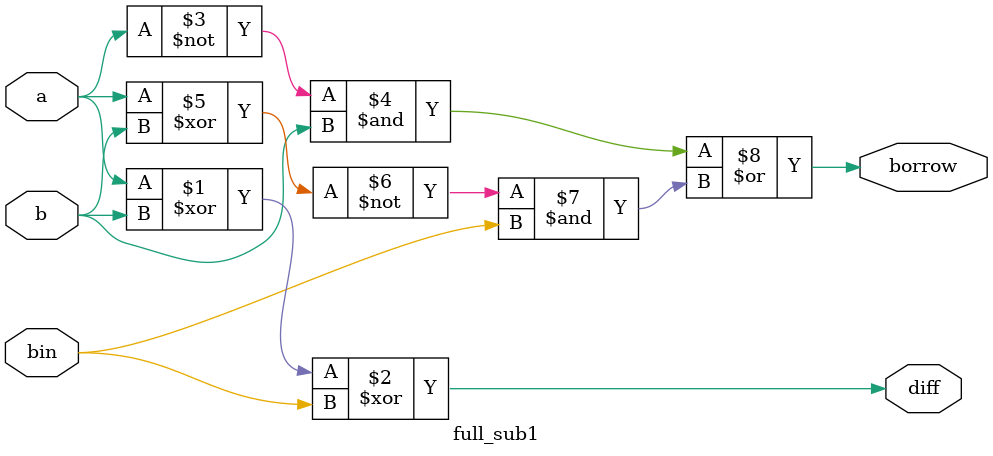
<source format=v>
module full_sub1(input a,b,bin,output diff,borrow);
  assign diff=a^b^bin;
  assign borrow=(~a&b)|~(a^b)&bin;
endmodule

</source>
